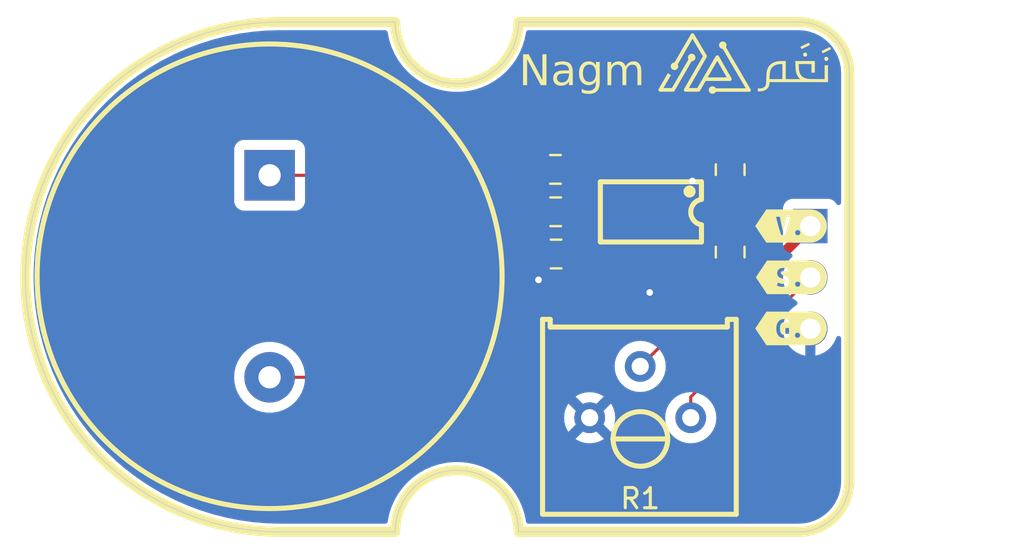
<source format=kicad_pcb>
(kicad_pcb (version 20240108) (generator "pcbnew") (generator_version "8.0")
  (layers (0 "F.Cu" signal) (31 "B.Cu" signal) (34 "B.Paste" user) (35 "F.Paste" user) (36 "B.SilkS" user "B.Silkscreen") (37 "F.SilkS" user "F.Silkscreen") (38 "B.Mask" user) (39 "F.Mask" user) (44 "Edge.Cuts" user))
  (net 0 "")
  (net 1 "+5V")
  (net 2 "Net-(SPK1-+)")
  (net 3 "SIG")
  (net 4 "GND")
  (net 5 "Base")
  (net 6 "Net-(SPK1--)")
  (net 7 "Net-(U1-+IN)")
  (net 8 "Net-(C3-Pad2)")
  (net 9 "Net-(U1--IN)")
  (footprint "easyeda2kicad:RES-ADJ-TH_3P-L9.5-W9.5-P2.50-L_3386P" (layer "F.Cu") (at 154.53 105.43 180)
    (property "Reference" "R1" (at 0 -5.27 0) (layer "F.SilkS"))
    (property "Value" "3386P-1-103_C330583" (hide yes))
    (pad "1" thru_hole circle (at -2.5 -1.27 180) (size 1.52 1.52) (drill 0.849986) (layers "*.Cu" "*.Mask" "In1.Cu" "In2.Cu" "In3.Cu" "In4.Cu" "In5.Cu" "In6.Cu" "In7.Cu" "In8.Cu" "In9.Cu" "In10.Cu" "In11.Cu" "In12.Cu" "In13.Cu" "In14.Cu" "In15.Cu" "In16.Cu" "In17.Cu" "In18.Cu" "In19.Cu" "In20.Cu" "In21.Cu" "In22.Cu" "In23.Cu" "In24.Cu" "In25.Cu" "In26.Cu" "In27.Cu" "In28.Cu" "In29.Cu" "In30.Cu") (net 3 "SIG"))
    (pad "2" thru_hole circle (at 0 1.27 180) (size 1.52 1.52) (drill 0.849986) (layers "*.Cu" "*.Mask" "In1.Cu" "In2.Cu" "In3.Cu" "In4.Cu" "In5.Cu" "In6.Cu" "In7.Cu" "In8.Cu" "In9.Cu" "In10.Cu" "In11.Cu" "In12.Cu" "In13.Cu" "In14.Cu" "In15.Cu" "In16.Cu" "In17.Cu" "In18.Cu" "In19.Cu" "In20.Cu" "In21.Cu" "In22.Cu" "In23.Cu" "In24.Cu" "In25.Cu" "In26.Cu" "In27.Cu" "In28.Cu" "In29.Cu" "In30.Cu") (net 5 "Base"))
    (pad "3" thru_hole circle (at 2.5 -1.27 180) (size 1.52 1.52) (drill 0.849986) (layers "*.Cu" "*.Mask" "In1.Cu" "In2.Cu" "In3.Cu" "In4.Cu" "In5.Cu" "In6.Cu" "In7.Cu" "In8.Cu" "In9.Cu" "In10.Cu" "In11.Cu" "In12.Cu" "In13.Cu" "In14.Cu" "In15.Cu" "In16.Cu" "In17.Cu" "In18.Cu" "In19.Cu" "In20.Cu" "In21.Cu" "In22.Cu" "In23.Cu" "In24.Cu" "In25.Cu" "In26.Cu" "In27.Cu" "In28.Cu" "In29.Cu" "In30.Cu") (net 4 "GND"))
  )
  (footprint "Remal_KiCadLib:R_0805_2012m" (layer "F.Cu") (at 158.98 94.42 90)
    (property "Reference" "R2" (hide yes))
    (property "Value" "20k" (hide yes))
    (pad "1" smd roundrect (at -1.025 0 90) (size 1.15 1.4) (layers "F.Cu" "F.Paste" "F.Mask") (roundrect_rratio 0.217391) (net 8 "Net-(C3-Pad2)"))
    (pad "2" smd roundrect (at 1.025 0 90) (size 1.15 1.4) (layers "F.Cu" "F.Paste" "F.Mask") (roundrect_rratio 0.217391) (net 9 "Net-(U1--IN)"))
  )
  (footprint "Remal_KiCadLib:C_0805_2012m" (layer "F.Cu") (at 150.37 98.595)
    (property "Reference" "C2" (hide yes))
    (property "Value" "1uF" (hide yes))
    (pad "1" smd roundrect (at -1.025 0) (size 1.15 1.4) (layers "F.Cu" "F.Paste" "F.Mask") (roundrect_rratio 0.217391) (net 4 "GND"))
    (pad "2" smd roundrect (at 1.025 0) (size 1.15 1.4) (layers "F.Cu" "F.Paste" "F.Mask") (roundrect_rratio 0.217391) (net 1 "+5V"))
  )
  (footprint "kibuzzard-67CEDAF1" (layer "F.Cu") (at 161.99 102.28)
    (property "Reference" "kibuzzard-67CEDAF1" (hide yes))
    (property "Value" "G***" (hide yes))
  )
  (footprint "easyeda2kicad:SOP-8_L4.9-W3.9-P1.27-LS6.0-BL" (layer "F.Cu") (at 155.06 96.52 180)
    (property "Reference" "U1" (hide yes))
    (property "Value" "SC8002B" (hide yes))
    (pad "1" smd oval (at -1.91 2.68 180) (size 0.63 1.86) (layers "F.Cu" "F.Paste" "F.Mask") (net 4 "GND"))
    (pad "2" smd oval (at -0.63 2.68 180) (size 0.63 1.86) (layers "F.Cu" "F.Paste" "F.Mask") (net 7 "Net-(U1-+IN)"))
    (pad "3" smd oval (at 0.63 2.68 180) (size 0.63 1.86) (layers "F.Cu" "F.Paste" "F.Mask") (net 7 "Net-(U1-+IN)"))
    (pad "4" smd oval (at 1.9 2.68 180) (size 0.63 1.86) (layers "F.Cu" "F.Paste" "F.Mask") (net 9 "Net-(U1--IN)"))
    (pad "5" smd oval (at 1.9 -2.68 180) (size 0.63 1.86) (layers "F.Cu" "F.Paste" "F.Mask") (net 2 "Net-(SPK1-+)"))
    (pad "6" smd oval (at 0.63 -2.68 180) (size 0.63 1.86) (layers "F.Cu" "F.Paste" "F.Mask") (net 1 "+5V"))
    (pad "7" smd oval (at -0.63 -2.68 180) (size 0.63 1.86) (layers "F.Cu" "F.Paste" "F.Mask") (net 4 "GND"))
    (pad "8" smd oval (at -1.91 -2.68 180) (size 0.63 1.86) (layers "F.Cu" "F.Paste" "F.Mask") (net 6 "Net-(SPK1--)"))
  )
  (footprint "Remal_KiCadLib:C_0805_2012m" (layer "F.Cu") (at 158.98 98.5 90)
    (property "Reference" "C3" (hide yes))
    (property "Value" "0.39uF" (hide yes))
    (pad "1" smd roundrect (at -1.025 0 90) (size 1.15 1.4) (layers "F.Cu" "F.Paste" "F.Mask") (roundrect_rratio 0.217391) (net 5 "Base"))
    (pad "2" smd roundrect (at 1.025 0 90) (size 1.15 1.4) (layers "F.Cu" "F.Paste" "F.Mask") (roundrect_rratio 0.217391) (net 8 "Net-(C3-Pad2)"))
  )
  (footprint "easyeda2kicad:SPK-TH_BD23.0-P10.00-D0.8-L-RD" (layer "F.Cu") (at 136.2 99.6975 -90)
    (property "Reference" "SPK1" (hide yes))
    (property "Value" "GSPK2307P-8R1W")
    (pad "1" thru_hole rect (at -5 0 270) (size 2.5 2.5) (drill 1.100023) (layers "*.Cu" "*.Mask" "In1.Cu" "In2.Cu" "In3.Cu" "In4.Cu" "In5.Cu" "In6.Cu" "In7.Cu" "In8.Cu" "In9.Cu" "In10.Cu" "In11.Cu" "In12.Cu" "In13.Cu" "In14.Cu" "In15.Cu" "In16.Cu" "In17.Cu" "In18.Cu" "In19.Cu" "In20.Cu" "In21.Cu" "In22.Cu" "In23.Cu" "In24.Cu" "In25.Cu" "In26.Cu" "In27.Cu" "In28.Cu" "In29.Cu" "In30.Cu") (net 2 "Net-(SPK1-+)"))
    (pad "2" thru_hole circle (at 5 0 270) (size 2.5 2.5) (drill 1.100023) (layers "*.Cu" "*.Mask" "In1.Cu" "In2.Cu" "In3.Cu" "In4.Cu" "In5.Cu" "In6.Cu" "In7.Cu" "In8.Cu" "In9.Cu" "In10.Cu" "In11.Cu" "In12.Cu" "In13.Cu" "In14.Cu" "In15.Cu" "In16.Cu" "In17.Cu" "In18.Cu" "In19.Cu" "In20.Cu" "In21.Cu" "In22.Cu" "In23.Cu" "In24.Cu" "In25.Cu" "In26.Cu" "In27.Cu" "In28.Cu" "In29.Cu" "In30.Cu") (net 6 "Net-(SPK1--)"))
  )
  (footprint "Remal_KiCadLib:C_0805_2012m" (layer "F.Cu") (at 150.35 96.505 180)
    (property "Reference" "C1" (hide yes))
    (property "Value" "1uF" (hide yes))
    (pad "1" smd roundrect (at -1.025 0 180) (size 1.15 1.4) (layers "F.Cu" "F.Paste" "F.Mask") (roundrect_rratio 0.217391) (net 7 "Net-(U1-+IN)"))
    (pad "2" smd roundrect (at 1.025 0 180) (size 1.15 1.4) (layers "F.Cu" "F.Paste" "F.Mask") (roundrect_rratio 0.217391) (net 4 "GND"))
  )
  (footprint "Remal_KiCadLib:PinHeader_1x03_P2.54mm_Horizontal" (layer "F.Cu") (at 162.945 97.215)
    (property "Reference" "J1" (hide yes))
    (property "Value" "ConnM_01x03_Horizontal_2.54mm" (hide yes))
    (pad "1" thru_hole rect (at 0 0) (size 1.7 1.7) (drill 1) (layers "*.Cu" "*.Mask" "In1.Cu" "In2.Cu" "In3.Cu" "In4.Cu" "In5.Cu" "In6.Cu" "In7.Cu" "In8.Cu" "In9.Cu" "In10.Cu" "In11.Cu" "In12.Cu" "In13.Cu" "In14.Cu" "In15.Cu" "In16.Cu" "In17.Cu" "In18.Cu" "In19.Cu" "In20.Cu" "In21.Cu" "In22.Cu" "In23.Cu" "In24.Cu" "In25.Cu" "In26.Cu" "In27.Cu" "In28.Cu" "In29.Cu" "In30.Cu") (net 1 "+5V"))
    (pad "2" thru_hole oval (at 0 2.54) (size 1.7 1.7) (drill 1) (layers "*.Cu" "*.Mask" "In1.Cu" "In2.Cu" "In3.Cu" "In4.Cu" "In5.Cu" "In6.Cu" "In7.Cu" "In8.Cu" "In9.Cu" "In10.Cu" "In11.Cu" "In12.Cu" "In13.Cu" "In14.Cu" "In15.Cu" "In16.Cu" "In17.Cu" "In18.Cu" "In19.Cu" "In20.Cu" "In21.Cu" "In22.Cu" "In23.Cu" "In24.Cu" "In25.Cu" "In26.Cu" "In27.Cu" "In28.Cu" "In29.Cu" "In30.Cu") (net 3 "SIG"))
    (pad "3" thru_hole oval (at 0 5.08) (size 1.7 1.7) (drill 1) (layers "*.Cu" "*.Mask" "In1.Cu" "In2.Cu" "In3.Cu" "In4.Cu" "In5.Cu" "In6.Cu" "In7.Cu" "In8.Cu" "In9.Cu" "In10.Cu" "In11.Cu" "In12.Cu" "In13.Cu" "In14.Cu" "In15.Cu" "In16.Cu" "In17.Cu" "In18.Cu" "In19.Cu" "In20.Cu" "In21.Cu" "In22.Cu" "In23.Cu" "In24.Cu" "In25.Cu" "In26.Cu" "In27.Cu" "In28.Cu" "In29.Cu" "In30.Cu") (net 4 "GND"))
  )
  (footprint "kibuzzard-67D2B7CA" (layer "F.Cu") (at 161.99 97.21)
    (property "Reference" "kibuzzard-67D2B7CA" (hide yes))
    (property "Value" "G***" (hide yes))
  )
  (footprint "Remal_KiCadLib:R_0805_2012m" (layer "F.Cu") (at 150.34 94.405 180)
    (property "Reference" "R3" (hide yes))
    (property "Value" "20k" (hide yes))
    (pad "1" smd roundrect (at -1.025 0 180) (size 1.15 1.4) (layers "F.Cu" "F.Paste" "F.Mask") (roundrect_rratio 0.217391) (net 9 "Net-(U1--IN)"))
    (pad "2" smd roundrect (at 1.025 0 180) (size 1.15 1.4) (layers "F.Cu" "F.Paste" "F.Mask") (roundrect_rratio 0.217391) (net 2 "Net-(SPK1-+)"))
  )
  (footprint "kibuzzard-67CEDACD" (layer "F.Cu") (at 162.01 99.75)
    (property "Reference" "kibuzzard-67CEDACD" (hide yes))
    (property "Value" "G***" (hide yes))
  )
  (footprint "practice_logo:nagm board" (layer "F.Cu") (at 162.13 89.3)
    (property "Reference" "G***" (hide yes))
    (property "Value" "LOGO" (hide yes))
  )
  (gr_arc (start 142.409771 112.350015) (mid 145.460786 109.299) (end 148.511801 112.350015) (stroke (width 0.5)) (layer "F.SilkS"))
  (gr_arc (start 164.869999 109.850089) (mid 164.130712 111.624889) (end 162.350079 112.350015) (stroke (width 0.5)) (layer "F.SilkS"))
  (gr_line (start 148.511801 87.109985) (end 162.36 87.11005) (stroke (width 0.5)) (layer "F.SilkS"))
  (gr_line (start 164.869997 89.640134) (end 164.869999 109.850089) (stroke (width 0.5)) (layer "F.SilkS"))
  (gr_poly (pts (xy 157.122078 87.670603) (xy 157.126573 87.67075) (xy 157.130884 87.671078) (xy 157.135017 87.671583) (xy 157.138979 87.67226) (xy 157.142778 87.673104) (xy 157.14642 87.674109) (xy 157.149912 87.67527) (xy 157.153262 87.676583) (xy 157.156476 87.678042) (xy 157.159562 87.679642) (xy 157.162526 87.681379) (xy 157.165375 87.683247) (xy 157.168118 87.685242) (xy 157.17076 87.687357) (xy 157.173308 87.689588) (xy 157.17577 87.691931) (xy 157.180465 87.696928) (xy 157.184898 87.702309) (xy 157.189127 87.708033) (xy 157.193208 87.714059) (xy 157.197198 87.720347) (xy 157.201152 87.726858) (xy 157.20918 87.740381) (xy 157.24787 87.805347) (xy 157.50191 88.233639) (xy 157.736123 88.628245) (xy 157.791657 88.722084) (xy 157.795674 88.728912) (xy 157.79944 88.735108) (xy 157.806211 88.74602) (xy 157.809212 88.750944) (xy 157.811955 88.755649) (xy 157.814436 88.760241) (xy 157.816653 88.764823) (xy 157.818606 88.769497) (xy 157.820291 88.774368) (xy 157.821706 88.779539) (xy 157.82285 88.785114) (xy 157.823721 88.791196) (xy 157.824315 88.797888) (xy 157.824632 88.805294) (xy 157.824669 88.813517) (xy 157.824473 88.817836) (xy 157.824007 88.822079) (xy 157.82329 88.826251) (xy 157.822343 88.830357) (xy 157.821185 88.834401) (xy 157.819834 88.838387) (xy 157.818312 88.84232) (xy 157.816638 88.846204) (xy 157.814832 88.850045) (xy 157.812912 88.853846) (xy 157.808813 88.861348) (xy 157.800126 88.876076) (xy 157.758307 88.948261) (xy 157.58266 89.25384) (xy 157.132737 90.035833) (xy 157.011034 90.247573) (xy 156.934399 90.37991) (xy 157.333817 90.37991) (xy 157.338455 90.379943) (xy 157.340939 90.379914) (xy 157.342195 90.379868) (xy 157.343451 90.379793) (xy 157.344699 90.379683) (xy 157.345931 90.379533) (xy 157.347139 90.379337) (xy 157.348316 90.379088) (xy 157.349455 90.378782) (xy 157.350547 90.378411) (xy 157.351585 90.377971) (xy 157.352561 90.377456) (xy 157.353073 90.377137) (xy 157.353575 90.376792) (xy 157.354067 90.376421) (xy 157.354551 90.376025) (xy 157.35549 90.375166) (xy 157.356395 90.374226) (xy 157.357266 90.373217) (xy 157.358106 90.372148) (xy 157.358917 90.371032) (xy 157.359698 90.36988) (xy 157.360453 90.368701) (xy 157.361183 90.367508) (xy 157.362573 90.365123) (xy 157.365121 90.360661) (xy 157.389134 90.319757) (xy 157.501573 90.12486) (xy 157.658742 89.852967) (xy 157.865573 89.852967) (xy 158.811184 89.852967) (xy 158.768884 89.775971) (xy 158.68811 89.634009) (xy 158.443406 89.205717) (xy 158.37601 89.087816) (xy 158.344394 89.030069) (xy 158.339581 89.030069) (xy 158.227504 89.224966) (xy 157.979022 89.655664) (xy 157.89962 89.792814) (xy 157.865573 89.852967) (xy 157.658742 89.852967) (xy 157.802003 89.605135) (xy 157.968556 89.316399) (xy 158.186599 88.938636) (xy 158.216507 88.890513) (xy 158.247138 88.837578) (xy 158.253429 88.826412) (xy 158.256932 88.820215) (xy 158.260585 88.813902) (xy 158.264323 88.807692) (xy 158.268079 88.801807) (xy 158.269944 88.799054) (xy 158.271789 88.796464) (xy 158.273605 88.794066) (xy 158.275386 88.791886) (xy 158.278533 88.788462) (xy 158.282001 88.78516) (xy 158.285758 88.781996) (xy 158.289772 88.778986) (xy 158.294014 88.776147) (xy 158.298451 88.773496) (xy 158.303054 88.77105) (xy 158.30779 88.768826) (xy 158.31263 88.76684) (xy 158.317542 88.765109) (xy 158.322496 88.76365) (xy 158.32746 88.762479) (xy 158.332403 88.761613) (xy 158.337295 88.761069) (xy 158.342104 88.760865) (xy 158.3468 88.761015) (xy 158.351987 88.761488) (xy 158.356931 88.762132) (xy 158.361641 88.762944) (xy 158.366128 88.76392) (xy 158.370401 88.765055) (xy 158.374471 88.766347) (xy 158.378347 88.767792) (xy 158.38204 88.769385) (xy 158.38556 88.771124) (xy 158.388916 88.773003) (xy 158.392118 88.77502) (xy 158.395178 88.77717) (xy 158.398103 88.77945) (xy 158.400906 88.781856) (xy 158.403595 88.784385) (xy 158.40618 88.787031) (xy 158.411081 88.792665) (xy 158.415688 88.798727) (xy 158.420082 88.805186) (xy 158.424342 88.812013) (xy 158.432783 88.826649) (xy 158.44165 88.842391) (xy 158.535152 89.006008) (xy 158.97379 89.773565) (xy 159.026003 89.864998) (xy 159.031417 89.874249) (xy 159.036347 89.882519) (xy 159.03861 89.886416) (xy 159.040725 89.890223) (xy 159.042683 89.893992) (xy 159.044476 89.897775) (xy 159.046095 89.901625) (xy 159.047531 89.905592) (xy 159.048775 89.909729) (xy 159.049817 89.914087) (xy 159.05065 89.918719) (xy 159.051263 89.923677) (xy 159.051649 89.929012) (xy 159.051797 89.934776) (xy 159.051654 89.941771) (xy 159.051155 89.948561) (xy 159.050289 89.955137) (xy 159.049048 89.961494) (xy 159.047422 89.967625) (xy 159.0454 89.973523) (xy 159.042973 89.979182) (xy 159.04013 89.984595) (xy 159.036863 89.989755) (xy 159.033161 89.994655) (xy 159.029014 89.99929) (xy 159.024413 90.003653) (xy 159.019348 90.007736) (xy 159.013809 90.011533) (xy 159.007785 90.015038) (xy 159.001268 90.018244) (xy 158.998537 90.019424) (xy 158.995844 90.020485) (xy 158.99318 90.021434) (xy 158.990539 90.022277) (xy 158.987913 90.023019) (xy 158.985296 90.023666) (xy 158.982679 90.024224) (xy 158.980055 90.024699) (xy 158.977418 90.025097) (xy 158.97476 90.025423) (xy 158.972073 90.025684) (xy 158.969351 90.025885) (xy 158.963769 90.026131) (xy 158.957958 90.026209) (xy 157.786171 90.026209) (xy 157.782027 90.026243) (xy 157.778443 90.026355) (xy 157.775348 90.026589) (xy 157.773961 90.026764) (xy 157.772669 90.026985) (xy 157.771463 90.027258) (xy 157.770334 90.027588) (xy 157.769273 90.027979) (xy 157.768271 90.028438) (xy 157.767319 90.028969) (xy 157.766408 90.029578) (xy 157.765528 90.03027) (xy 157.764672 90.031051) (xy 157.763829 90.031925) (xy 157.762991 90.032899) (xy 157.762149 90.033977) (xy 157.761293 90.035164) (xy 157.759507 90.03789) (xy 157.757559 90.041117) (xy 157.75289 90.049247) (xy 157.750025 90.054235) (xy 157.74671 90.059895) (xy 157.695219 90.148921) (xy 157.594041 90.324569) (xy 157.517357 90.456907) (xy 157.497969 90.491984) (xy 157.492911 90.500564) (xy 157.487637 90.508888) (xy 157.48208 90.516863) (xy 157.476173 90.524399) (xy 157.469852 90.531405) (xy 157.466514 90.53468) (xy 157.463048 90.537789) (xy 157.459446 90.540721) (xy 157.455697 90.543462) (xy 157.451796 90.546003) (xy 157.447732 90.548332) (xy 157.443499 90.550438) (xy 157.439087 90.552308) (xy 157.434489 90.553933) (xy 157.429695 90.5553) (xy 157.424699 90.556398) (xy 157.419491 90.557215) (xy 157.414063 90.557741) (xy 157.408407 90.557964) (xy 156.780406 90.557964) (xy 156.774507 90.557798) (xy 156.768741 90.557322) (xy 156.763116 90.556545) (xy 156.75764 90.555476) (xy 156.75232 90.554124) (xy 156.747164 90.552497) (xy 156.742178 90.550605) (xy 156.73737 90.548455) (xy 156.732748 90.546057) (xy 156.728319 90.54342) (xy 156.72409 90.540552) (xy 156.720069 90.537462) (xy 156.716263 90.534158) (xy 156.71268 90.53065) (xy 156.709327 90.526946) (xy 156.70621 90.523054) (xy 156.703339 90.518985) (xy 156.700719 90.514745) (xy 156.698359 90.510345) (xy 156.696266 90.505792) (xy 156.694447 90.501096) (xy 156.69291 90.496266) (xy 156.691662 90.491309) (xy 156.69071 90.486235) (xy 156.690062 90.481052) (xy 156.689725 90.47577) (xy 156.689707 90.470397) (xy 156.690014 90.464941) (xy 156.690655 90.459412) (xy 156.691637 90.453818) (xy 156.692967 90.448167) (xy 156.694652 90.44247) (xy 156.752928 90.3366) (xy 156.870444 90.132079) (xy 157.421112 89.174437) (xy 157.570629 88.914575) (xy 157.613603 88.839984) (xy 157.617584 88.83325) (xy 157.620124 88.828924) (xy 157.622731 88.824327) (xy 157.625179 88.819731) (xy 157.626272 88.81752) (xy 157.627242 88.815413) (xy 157.628059 88.813443) (xy 157.628696 88.811646) (xy 157.629124 88.810055) (xy 157.629251 88.809347) (xy 157.629315 88.808705) (xy 157.629326 88.808072) (xy 157.629299 88.807426) (xy 157.629236 88.806766) (xy 157.629137 88.806094) (xy 157.628842 88.804718) (xy 157.62843 88.803308) (xy 157.627914 88.801872) (xy 157.627311 88.800421) (xy 157.626634 88.798963) (xy 157.625898 88.797507) (xy 157.625118 88.796063) (xy 157.624309 88.794639) (xy 157.622662 88.791891) (xy 157.619666 88.787049) (xy 157.595412 88.746145) (xy 157.49551 88.577716) (xy 157.231316 88.132581) (xy 157.155787 88.005056) (xy 157.114859 87.937684) (xy 157.070153 88.017086) (xy 156.981126 88.171079) (xy 156.752976 88.565685) (xy 156.678314 88.695616) (xy 156.493066 89.015632) (xy 156.418091 89.145563) (xy 156.400652 89.175177) (xy 156.395586 89.184155) (xy 156.391232 89.192318) (xy 156.389476 89.195869) (xy 156.388085 89.198944) (xy 156.387119 89.201455) (xy 156.386643 89.203311) (xy 156.38657 89.20407) (xy 156.386555 89.204882) (xy 156.386683 89.206655) (xy 156.387002 89.208601) (xy 156.387489 89.210692) (xy 156.388119 89.212901) (xy 156.388869 89.2152) (xy 156.389716 89.217561) (xy 156.390634 89.219955) (xy 156.392591 89.224735) (xy 156.39455 89.229317) (xy 156.39632 89.233479) (xy 156.397711 89.236997) (xy 156.400008 89.243665) (xy 156.401991 89.250181) (xy 156.402866 89.253403) (xy 156.403664 89.256613) (xy 156.404385 89.25982) (xy 156.405028 89.263031) (xy 156.405596 89.266256) (xy 156.406087 89.269503) (xy 156.406503 89.272781) (xy 156.406843 89.276098) (xy 156.407108 89.279463) (xy 156.407298 89.282884) (xy 156.407414 89.286371) (xy 156.407456 89.289932) (xy 156.407456 89.309181) (xy 156.407185 89.318151) (xy 156.406407 89.327083) (xy 156.405137 89.335956) (xy 156.403386 89.344749) (xy 156.401169 89.353441) (xy 156.398497 89.362009) (xy 156.395385 89.370434) (xy 156.391846 89.378694) (xy 156.387892 89.386768) (xy 156.383536 89.394634) (xy 156.378792 89.402272) (xy 156.373674 89.409661) (xy 156.368193 89.416779) (xy 156.362363 89.423605) (xy 156.356197 89.430118) (xy 156.349708 89.436297) (xy 156.340504 89.444096) (xy 156.330971 89.451175) (xy 156.321142 89.457541) (xy 156.311049 89.463201) (xy 156.300725 89.46816) (xy 156.290201 89.472427) (xy 156.27951 89.476007) (xy 156.268684 89.478908) (xy 156.257756 89.481136) (xy 156.246756 89.482698) (xy 156.235719 89.4836) (xy 156.224676 89.48385) (xy 156.213659 89.483453) (xy 156.2027 89.482418) (xy 156.191832 89.480749) (xy 156.181086 89.478455) (xy 156.170496 89.475542) (xy 156.160093 89.472016) (xy 156.14991 89.467885) (xy 156.139979 89.463154) (xy 156.130331 89.457832) (xy 156.121 89.451924) (xy 156.112017 89.445437) (xy 156.103414 89.438378) (xy 156.095225 89.430753) (xy 156.08748 89.42257) (xy 156.080213 89.413835) (xy 156.073456 89.404555) (xy 156.06724 89.394736) (xy 156.061598 89.384385) (xy 156.056563 89.37351) (xy 156.052166 89.362116) (xy 156.050109 89.355809) (xy 156.048189 89.349066) (xy 156.046445 89.342019) (xy 156.044914 89.334797) (xy 156.043638 89.327531) (xy 156.042654 89.320351) (xy 156.042285 89.316835) (xy 156.042003 89.313389) (xy 156.041814 89.31003) (xy 156.041723 89.306774) (xy 156.042021 89.292323) (xy 156.043244 89.278187) (xy 156.045382 89.2644) (xy 156.048427 89.250996) (xy 156.052369 89.238006) (xy 156.057199 89.225463) (xy 156.062909 89.213399) (xy 156.06949 89.201849) (xy 156.076932 89.190844) (xy 156.085228 89.180417) (xy 156.094367 89.1706) (xy 156.104341 89.161427) (xy 156.11514 89.152931) (xy 156.126757 89.145143) (xy 156.139182 89.138096) (xy 156.152405 89.131824) (xy 156.157738 89.129613) (xy 156.163037 89.127597) (xy 156.16833 89.125773) (xy 156.173646 89.124137) (xy 156.179013 89.122686) (xy 156.184462 89.121416) (xy 156.19002 89.120325) (xy 156.195716 89.119409) (xy 156.211675 89.117454) (xy 156.216308 89.116765) (xy 156.220491 89.115998) (xy 156.222302 89.115586) (xy 156.223867 89.115155) (xy 156.225141 89.114705) (xy 156.226081 89.114236) (xy 156.226632 89.113863) (xy 156.227188 89.113433) (xy 156.228313 89.112412) (xy 156.229449 89.111202) (xy 156.23059 89.109827) (xy 156.23173 89.108315) (xy 156.232863 89.106693) (xy 156.233983 89.104986) (xy 156.235083 89.103222) (xy 156.2372 89.099626) (xy 156.239166 89.09612) (xy 156.242443 89.090222) (xy 156.27199 89.039694) (xy 156.367947 88.87367) (xy 156.555625 88.548842) (xy 156.743304 88.224014) (xy 156.861253 88.019493) (xy 157.008628 87.764442) (xy 157.023602 87.737141) (xy 157.027506 87.730236) (xy 157.031552 87.723419) (xy 157.03578 87.716748) (xy 157.040227 87.710283) (xy 157.044933 87.704084) (xy 157.049937 87.698209) (xy 157.055277 87.692718) (xy 157.060993 87.687671) (xy 157.064004 87.685333) (xy 157.067124 87.683127) (xy 157.070357 87.681062) (xy 157.073708 87.679145) (xy 157.077182 87.677383) (xy 157.080784 87.675785) (xy 157.084519 87.674356) (xy 157.088392 87.673106) (xy 157.090446 87.672549) (xy 157.092513 87.672074) (xy 157.09459 87.671676) (xy 157.096677 87.671348) (xy 157.098772 87.671083) (xy 157.100875 87.670876) (xy 157.102985 87.67072) (xy 157.105099 87.670609) (xy 157.10934 87.670498) (xy 157.11359 87.670493)) (stroke (width 0.002406) (color 253 179 2 1)) (fill solid) (layer "F.SilkS"))
  (gr_line (start 136.740015 112.350015) (end 142.409771 112.350015) (stroke (width 0.5)) (layer "F.SilkS"))
  (gr_arc (start 162.36 87.11005) (mid 164.141955 87.852318) (end 164.869997 89.640134) (stroke (width 0.5)) (layer "F.SilkS"))
  (gr_line (start 148.511801 112.350015) (end 162.36 112.34995) (stroke (width 0.5)) (layer "F.SilkS"))
  (gr_line (start 136.740015 87.109985) (end 142.409771 87.109985) (stroke (width 0.5)) (layer "F.SilkS"))
  (gr_poly (pts (xy 158.62098 88.075072) (xy 158.634912 88.076123) (xy 158.648443 88.077991) (xy 158.661557 88.08068) (xy 158.674238 88.084193) (xy 158.686468 88.088533) (xy 158.698233 88.093705) (xy 158.709516 88.099713) (xy 158.7203 88.10656) (xy 158.73057 88.11425) (xy 158.740309 88.122786) (xy 158.749502 88.132173) (xy 158.758132 88.142413) (xy 158.766182 88.153512) (xy 158.773638 88.165472) (xy 158.780481 88.178297) (xy 158.782475 88.182549) (xy 158.784406 88.187087) (xy 158.786264 88.191873) (xy 158.78804 88.196873) (xy 158.789721 88.202048) (xy 158.791299 88.207363) (xy 158.792762 88.21278) (xy 158.7941 88.218263) (xy 158.795303 88.223776) (xy 158.79636 88.229281) (xy 158.797261 88.234742) (xy 158.797995 88.240123) (xy 158.798552 88.245386) (xy 158.798922 88.250496) (xy 158.799093 88.255415) (xy 158.799057 88.260106) (xy 158.798898 88.263526) (xy 158.798632 88.267168) (xy 158.797805 88.274983) (xy 158.796622 88.283284) (xy 158.795129 88.291801) (xy 158.793371 88.300266) (xy 158.791396 88.308411) (xy 158.789249 88.315967) (xy 158.788126 88.31944) (xy 158.786978 88.322666) (xy 158.785348 88.326596) (xy 158.783222 88.331327) (xy 158.780846 88.336585) (xy 158.778463 88.342095) (xy 158.777347 88.344859) (xy 158.776321 88.347583) (xy 158.775417 88.350232) (xy 158.774665 88.352773) (xy 158.774096 88.355171) (xy 158.77374 88.357392) (xy 158.773652 88.358425) (xy 158.773629 88.359401) (xy 158.773674 88.360315) (xy 158.773792 88.361164) (xy 158.803484 88.414099) (xy 158.865129 88.519969) (xy 159.346741 89.342866) (xy 159.570511 89.725442) (xy 159.665842 89.889059) (xy 159.844426 90.194638) (xy 159.963048 90.396753) (xy 159.97161 90.411292) (xy 159.976404 90.419415) (xy 159.981209 90.427798) (xy 159.985777 90.436211) (xy 159.987895 90.440356) (xy 159.98986 90.444422) (xy 159.991642 90.448379) (xy 159.99321 90.4522) (xy 159.994533 90.455854) (xy 159.995579 90.459313) (xy 159.99715 90.466354) (xy 159.998175 90.473697) (xy 159.998649 90.481259) (xy 159.998565 90.488955) (xy 159.997916 90.496702) (xy 159.996697 90.504414) (xy 159.994901 90.51201) (xy 159.99252 90.519403) (xy 159.98955 90.526511) (xy 159.987842 90.529931) (xy 159.985983 90.533249) (xy 159.983974 90.536453) (xy 159.981813 90.539534) (xy 159.9795 90.54248) (xy 159.977034 90.545281) (xy 159.974413 90.547926) (xy 159.971638 90.550406) (xy 159.968707 90.552709) (xy 159.96562 90.554826) (xy 159.962376 90.556745) (xy 159.958973 90.558456) (xy 159.955412 90.559949) (xy 159.951691 90.561213) (xy 159.950553 90.561531) (xy 159.949394 90.561805) (xy 159.948217 90.562036) (xy 159.947026 90.562228) (xy 159.945821 90.562386) (xy 159.944607 90.562511) (xy 159.942157 90.56268) (xy 159.939696 90.562764) (xy 159.937243 90.562789) (xy 159.932442 90.562777) (xy 158.289053 90.562777) (xy 158.284429 90.562741) (xy 158.281987 90.562767) (xy 158.280756 90.562811) (xy 158.279527 90.562885) (xy 158.278307 90.562994) (xy 158.2771 90.563143) (xy 158.275915 90.56334) (xy 158.274757 90.563589) (xy 158.273633 90.563897) (xy 158.272548 90.564269) (xy 158.27151 90.564712) (xy 158.270526 90.565231) (xy 158.269991 90.565565) (xy 158.269441 90.565951) (xy 158.268296 90.566869) (xy 158.267101 90.56796) (xy 158.265869 90.569199) (xy 158.264609 90.570563) (xy 158.263333 90.572027) (xy 158.262051 90.573568) (xy 158.260774 90.575159) (xy 158.258282 90.578401) (xy 158.255942 90.581557) (xy 158.25207 90.586838) (xy 158.248759 90.591163) (xy 158.245515 90.595253) (xy 158.242279 90.599154) (xy 158.23899 90.602911) (xy 158.235587 90.606568) (xy 158.233823 90.608374) (xy 158.232009 90.610171) (xy 158.230135 90.611967) (xy 158.228196 90.613766) (xy 158.226182 90.615573) (xy 158.224087 90.617396) (xy 158.217684 90.62261) (xy 158.211021 90.627521) (xy 158.204117 90.632124) (xy 158.196992 90.636413) (xy 158.189666 90.640382) (xy 158.182157 90.644027) (xy 158.174487 90.647342) (xy 158.166674 90.650321) (xy 158.158737 90.652959) (xy 158.150697 90.655251) (xy 158.142572 90.657191) (xy 158.134384 90.658774) (xy 158.12615 90.659995) (xy 158.117891 90.660848) (xy 158.109625 90.661327) (xy 158.101374 90.661428) (xy 158.087004 90.660688) (xy 158.072845 90.658825) (xy 158.058954 90.655879) (xy 158.045393 90.651887) (xy 158.03222 90.646888) (xy 158.019495 90.640919) (xy 158.007276 90.634019) (xy 157.995624 90.626226) (xy 157.984599 90.617579) (xy 157.974258 90.608114) (xy 157.964663 90.597871) (xy 157.955871 90.586887) (xy 157.947944 90.575201) (xy 157.940939 90.56285) (xy 157.934917 90.549874) (xy 157.932293 90.543163) (xy 157.929937 90.536309) (xy 157.928548 90.531825) (xy 157.927299 90.52747) (xy 157.926185 90.523226) (xy 157.925198 90.519073) (xy 157.924332 90.514989) (xy 157.92358 90.510955) (xy 157.922936 90.506951) (xy 157.922394 90.502957) (xy 157.921946 90.498952) (xy 157.921586 90.494917) (xy 157.921106 90.486675) (xy 157.920899 90.478068) (xy 157.920914 90.468937) (xy 157.921138 90.462181) (xy 157.921645 90.455468) (xy 157.923483 90.442201) (xy 157.92638 90.429185) (xy 157.930288 90.416471) (xy 157.93516 90.40411) (xy 157.940949 90.392152) (xy 157.947607 90.380648) (xy 157.955087 90.369648) (xy 157.963341 90.359203) (xy 157.972322 90.349364) (xy 157.981982 90.340181) (xy 157.992275 90.331704) (xy 158.003151 90.323985) (xy 158.014565 90.317072) (xy 158.026469 90.311019) (xy 158.038815 90.305873) (xy 158.042097 90.304689) (xy 158.045311 90.303602) (xy 158.048468 90.302607) (xy 158.051579 90.301699) (xy 158.054654 90.30087) (xy 158.057706 90.300115) (xy 158.063781 90.298803) (xy 158.069894 90.297712) (xy 158.076133 90.296795) (xy 158.082586 90.296003) (xy 158.089343 90.295287) (xy 158.10378 90.293723) (xy 158.142278 90.298583) (xy 158.149694 90.300215) (xy 158.157005 90.30214) (xy 158.164202 90.304355) (xy 158.171277 90.306858) (xy 158.178224 90.309645) (xy 158.185035 90.312714) (xy 158.191701 90.316061) (xy 158.198215 90.319685) (xy 158.204569 90.323581) (xy 158.210757 90.327748) (xy 158.216769 90.332181) (xy 158.222599 90.336879) (xy 158.228238 90.341838) (xy 158.23368 90.347056) (xy 158.238915 90.352529) (xy 158.243938 90.358255) (xy 158.250766 90.366195) (xy 158.25237 90.368087) (xy 158.253919 90.369973) (xy 158.255407 90.371869) (xy 158.256828 90.37379) (xy 158.258175 90.375752) (xy 158.259442 90.37777) (xy 158.260622 90.379861) (xy 158.261708 90.382039) (xy 158.262695 90.38432) (xy 158.263575 90.386721) (xy 158.263974 90.387971) (xy 158.264343 90.389256) (xy 158.264682 90.390579) (xy 158.264991 90.391941) (xy 159.751982 90.391941) (xy 159.535406 90.021396) (xy 159.353959 89.711005) (xy 159.231583 89.501671) (xy 159.137022 89.34046) (xy 158.879229 88.897732) (xy 158.709765 88.604183) (xy 158.648577 88.498313) (xy 158.618934 88.448458) (xy 158.618211 88.44767) (xy 158.617469 88.446937) (xy 158.616709 88.446256) (xy 158.615931 88.445625) (xy 158.615136 88.445043) (xy 158.614324 88.444507) (xy 158.613497 88.444014) (xy 158.612655 88.443562) (xy 158.611799 88.443149) (xy 158.61093 88.442773) (xy 158.609153 88.442122) (xy 158.60733 88.44159) (xy 158.605468 88.441159) (xy 158.603572 88.44081) (xy 158.601647 88.440526) (xy 158.597735 88.440077) (xy 158.593777 88.439666) (xy 158.591795 88.439429) (xy 158.589819 88.439147) (xy 158.582698 88.437948) (xy 158.575881 88.436634) (xy 158.569287 88.435164) (xy 158.562838 88.433498) (xy 158.556452 88.431595) (xy 158.550052 88.429415) (xy 158.543556 88.426917) (xy 158.536884 88.42406) (xy 158.530807 88.421174) (xy 158.524873 88.418058) (xy 158.519084 88.414718) (xy 158.513445 88.411162) (xy 158.507959 88.407396) (xy 158.502631 88.403428) (xy 158.497462 88.399266) (xy 158.492458 88.394915) (xy 158.487622 88.390385) (xy 158.482957 88.385681) (xy 158.478467 88.38081) (xy 158.474155 88.375781) (xy 158.470026 88.3706) (xy 158.466083 88.365275) (xy 158.46233 88.359812) (xy 158.458769 88.354219) (xy 158.455406 88.348503) (xy 158.452242 88.342671) (xy 158.449283 88.336731) (xy 158.446532 88.330689) (xy 158.443992 88.324552) (xy 158.441667 88.318329) (xy 158.439561 88.312026) (xy 158.437676 88.30565) (xy 158.436018 88.299209) (xy 158.434589 88.292709) (xy 158.433393 88.286158) (xy 158.432434 88.279563) (xy 158.431716 88.272931) (xy 158.431241 88.26627) (xy 158.431014 88.259587) (xy 158.431039 88.252888) (xy 158.431459 88.244079) (xy 158.432313 88.235353) (xy 158.433588 88.226721) (xy 158.435276 88.218196) (xy 158.437364 88.209791) (xy 158.439843 88.201519) (xy 158.442702 88.193393) (xy 158.44593 88.185424) (xy 158.449517 88.177627) (xy 158.453451 88.170013) (xy 158.457724 88.162596) (xy 158.462323 88.155388) (xy 158.467239 88.148403) (xy 158.47246 88.141652) (xy 158.477977 88.135149) (xy 158.483778 88.128906) (xy 158.489853 88.122936) (xy 158.496192 88.117252) (xy 158.502783 88.111866) (xy 158.509617 88.106792) (xy 158.516682 88.102042) (xy 158.523969 88.097629) (xy 158.531466 88.093566) (xy 158.539162 88.089865) (xy 158.547048 88.086539) (xy 158.555113 88.083601) (xy 158.563346 88.081063) (xy 158.571737 88.07894) (xy 158.580274 88.077242) (xy 158.588948 88.075983) (xy 158.597748 88.075176) (xy 158.606662 88.074834)) (stroke (width 0.002406) (color 253 179 2 1)) (fill solid) (layer "F.SilkS"))
  (gr_poly (pts (xy 157.090798 88.683586) (xy 157.096679 88.683789) (xy 157.102558 88.684254) (xy 157.114278 88.685943) (xy 157.125902 88.6886) (xy 157.137374 88.692173) (xy 157.148636 88.696606) (xy 157.159633 88.701849) (xy 157.170309 88.707847) (xy 157.180607 88.714547) (xy 157.19047 88.721896) (xy 157.199843 88.729841) (xy 157.208669 88.738329) (xy 157.216892 88.747306) (xy 157.224455 88.75672) (xy 157.231303 88.766517) (xy 157.237378 88.776645) (xy 157.242625 88.787049) (xy 157.245163 88.792812) (xy 157.247444 88.798438) (xy 157.249479 88.803953) (xy 157.251282 88.809378) (xy 157.252865 88.814739) (xy 157.254239 88.820057) (xy 157.255417 88.825356) (xy 157.256412 88.830661) (xy 157.257235 88.835993) (xy 157.257899 88.841377) (xy 157.258416 88.846837) (xy 157.258799 88.852394) (xy 157.259059 88.858073) (xy 157.259209 88.863898) (xy 157.259227 88.876076) (xy 157.258547 88.888507) (xy 157.256836 88.900864) (xy 157.25414 88.913091) (xy 157.250508 88.92513) (xy 157.245985 88.936921) (xy 157.240619 88.948409) (xy 157.234458 88.959533) (xy 157.227547 88.970238) (xy 157.219935 88.980463) (xy 157.211668 88.990152) (xy 157.202793 88.999247) (xy 157.193358 89.007689) (xy 157.183409 89.015421) (xy 157.172994 89.022385) (xy 157.162159 89.028522) (xy 157.150951 89.033774) (xy 157.145694 89.035877) (xy 157.14014 89.03789) (xy 157.134371 89.039786) (xy 157.128472 89.04154) (xy 157.122525 89.043125) (xy 157.116614 89.044514) (xy 157.110823 89.045681) (xy 157.105235 89.046599) (xy 157.097922 89.047483) (xy 157.093586 89.048014) (xy 157.089107 89.048656) (xy 157.086888 89.049033) (xy 157.084722 89.049453) (xy 157.082637 89.049921) (xy 157.080663 89.050443) (xy 157.078829 89.051024) (xy 157.077164 89.051668) (xy 157.075698 89.052381) (xy 157.07446 89.053168) (xy 157.073179 89.054262) (xy 157.071793 89.055711) (xy 157.070321 89.057468) (xy 157.068781 89.059488) (xy 157.067191 89.061727) (xy 157.065569 89.064139) (xy 157.062303 89.069301) (xy 157.05913 89.074612) (xy 157.056195 89.079709) (xy 157.051626 89.087816) (xy 157.01 89.16) (xy 156.412629 90.194638) (xy 156.295763 90.396753) (xy 156.256591 90.464125) (xy 156.246848 90.482073) (xy 156.237222 90.499228) (xy 156.232262 90.507354) (xy 156.227101 90.515097) (xy 156.221662 90.522396) (xy 156.21587 90.52919) (xy 156.212817 90.532378) (xy 156.209647 90.535416) (xy 156.206351 90.538298) (xy 156.202917 90.541014) (xy 156.199338 90.543559) (xy 156.195604 90.545923) (xy 156.191704 90.548099) (xy 156.187629 90.550079) (xy 156.18337 90.551857) (xy 156.178918 90.553423) (xy 156.174262 90.554771) (xy 156.169392 90.555893) (xy 156.1643 90.556781) (xy 156.158976 90.557427) (xy 156.15341 90.557824) (xy 156.147593 90.557964) (xy 155.519592 90.557964) (xy 155.512592 90.557689) (xy 155.50573 90.556933) (xy 155.499028 90.555703) (xy 155.492511 90.554007) (xy 155.486201 90.551853) (xy 155.480122 90.549249) (xy 155.474297 90.546204) (xy 155.46875 90.542725) (xy 155.463505 90.538819) (xy 155.458583 90.534495) (xy 155.45401 90.529762) (xy 155.449808 90.524626) (xy 155.446001 90.519095) (xy 155.442612 90.513178) (xy 155.441082 90.510078) (xy 155.439664 90.506883) (xy 155.438364 90.503596) (xy 155.437182 90.500217) (xy 155.436513 90.49811) (xy 155.435914 90.496075) (xy 155.435379 90.494102) (xy 155.434907 90.49218) (xy 155.434494 90.490296) (xy 155.434138 90.48844) (xy 155.433835 90.486601) (xy 155.433582 90.484767) (xy 155.433376 90.482927) (xy 155.433214 90.48107) (xy 155.433093 90.479184) (xy 155.43301 90.477259) (xy 155.432945 90.473245) (xy 155.432995 90.468937) (xy 155.433385 90.462937) (xy 155.434248 90.456935) (xy 155.435541 90.450938) (xy 155.437222 90.444957) (xy 155.43925 90.438999) (xy 155.441582 90.433073) (xy 155.444177 90.427188) (xy 155.446993 90.421353) (xy 155.449988 90.415576) (xy 155.453119 90.409867) (xy 155.459624 90.398683) (xy 155.472432 90.377504) (xy 155.558451 90.228324) (xy 155.798343 89.812063) (xy 155.892543 89.648446) (xy 155.895949 89.649211) (xy 155.899419 89.650225) (xy 155.902941 89.651464) (xy 155.906502 89.652901) (xy 155.910091 89.654511) (xy 155.913695 89.656268) (xy 155.917302 89.658147) (xy 155.920899 89.660121) (xy 155.928018 89.664257) (xy 155.934953 89.66847) (xy 155.941608 89.672555) (xy 155.947884 89.676309) (xy 156.048942 89.735066) (xy 156.008711 89.80725) (xy 155.922427 89.956431) (xy 155.678397 90.37991) (xy 156.077815 90.37991) (xy 156.082394 90.379946) (xy 156.084845 90.37992) (xy 156.086084 90.379876) (xy 156.087322 90.379802) (xy 156.088552 90.379693) (xy 156.089765 90.379544) (xy 156.090954 90.379347) (xy 156.092111 90.379098) (xy 156.093229 90.37879) (xy 156.0943 90.378418) (xy 156.095316 90.377975) (xy 156.09627 90.377456) (xy 156.096811 90.377109) (xy 156.097344 90.376726) (xy 156.097871 90.37631) (xy 156.09839 90.375863) (xy 156.09941 90.374883) (xy 156.100401 90.373799) (xy 156.101365 90.372629) (xy 156.102302 90.371385) (xy 156.10321 90.370084) (xy 156.10409 90.36874) (xy 156.104942 90.367368) (xy 156.105766 90.365984) (xy 156.107328 90.363238) (xy 156.110106 90.358255) (xy 156.134119 90.317351) (xy 156.252068 90.112829) (xy 156.593739 89.52092) (xy 156.707861 89.323617) (xy 156.748405 89.25384) (xy 156.864982 89.051724) (xy 156.896912 88.996383) (xy 156.906338 88.980545) (xy 156.908968 88.975927) (xy 156.911285 88.971622) (xy 156.912261 88.969677) (xy 156.913079 88.967918) (xy 156.913714 88.966381) (xy 156.914139 88.965103) (xy 156.914358 88.964182) (xy 156.914517 88.963233) (xy 156.914617 88.962259) (xy 156.914662 88.961261) (xy 156.914654 88.960241) (xy 156.914597 88.959201) (xy 156.914346 88.957069) (xy 156.913931 88.95488) (xy 156.913376 88.95265) (xy 156.912701 88.950393) (xy 156.911932 88.948125) (xy 156.911089 88.945862) (xy 156.910197 88.943618) (xy 156.908353 88.939249) (xy 156.906583 88.935142) (xy 156.905068 88.931418) (xy 156.902874 88.92521) (xy 156.900783 88.918494) (xy 156.898852 88.91142) (xy 156.897134 88.904144) (xy 156.895685 88.896818) (xy 156.895078 88.893184) (xy 156.894559 88.889596) (xy 156.894134 88.886072) (xy 156.89381 88.882631) (xy 156.893595 88.879293) (xy 156.893495 88.876076) (xy 156.893495 88.859233) (xy 156.893665 88.851868) (xy 156.894149 88.844569) (xy 156.89494 88.837343) (xy 156.896032 88.830197) (xy 156.897419 88.823138) (xy 156.899095 88.816171) (xy 156.903287 88.802544) (xy 156.908558 88.789369) (xy 156.914858 88.776699) (xy 156.922137 88.764587) (xy 156.930345 88.753087) (xy 156.939431 88.742251) (xy 156.949346 88.732132) (xy 156.960039 88.722783) (xy 156.97146 88.714259) (xy 156.98356 88.706611) (xy 156.996287 88.699892) (xy 157.009593 88.694156) (xy 157.023426 88.689457) (xy 157.02794 88.688194) (xy 157.03232 88.687113) (xy 157.036586 88.686201) (xy 157.040757 88.685443) (xy 157.044855 88.684828) (xy 157.048898 88.68434) (xy 157.052908 88.683968) (xy 157.056904 88.683697) (xy 157.064936 88.683407) (xy 157.073155 88.683363)) (stroke (width 0.002406) (color 253 179 2 1)) (fill solid) (layer "F.SilkS"))
  (gr_arc (start 136.740015 112.350015) (mid 124.12 99.73) (end 136.740015 87.109985) (stroke (width 0.5)) (layer "F.SilkS"))
  (gr_arc (start 148.511801 87.109985) (mid 145.460786 90.161) (end 142.409771 87.109985) (stroke (width 0.5)) (layer "F.SilkS"))
  (gr_line (start 136.740015 87.109985) (end 142.409771 87.109985) (stroke (width 0.05)) (layer "Edge.Cuts"))
  (gr_line (start 136.740015 112.350015) (end 142.409771 112.350015) (stroke (width 0.05)) (layer "Edge.Cuts"))
  (gr_line (start 148.511801 87.109985) (end 162.36 87.11005) (stroke (width 0.05)) (layer "Edge.Cuts"))
  (gr_arc (start 136.740015 112.350015) (mid 124.12 99.73) (end 136.740015 87.109985) (stroke (width 0.05)) (layer "Edge.Cuts"))
  (gr_line (start 164.869997 89.640134) (end 164.869999 109.850089) (stroke (width 0.05)) (layer "Edge.Cuts"))
  (gr_arc (start 142.409771 112.350015) (mid 145.460786 109.299) (end 148.511801 112.350015) (stroke (width 0.05)) (layer "Edge.Cuts"))
  (gr_arc (start 148.511801 87.109985) (mid 145.460786 90.161) (end 142.409771 87.109985) (stroke (width 0.05)) (layer "Edge.Cuts"))
  (gr_line (start 148.511801 112.350015) (end 162.350079 112.350015) (stroke (width 0.05)) (layer "Edge.Cuts"))
  (gr_arc (start 164.869999 109.850089) (mid 164.130714 111.624891) (end 162.350079 112.350015) (stroke (width 0.05)) (layer "Edge.Cuts"))
  (gr_arc (start 162.36 87.11005) (mid 164.14195 87.852324) (end 164.869997 89.640134) (stroke (width 0.05)) (layer "Edge.Cuts"))
  (gr_text "Nagm" (at 148.53 90.49 0) (layer "F.SilkS") (effects (font (size 1.5 1.5)) (justify left bottom)))
  (segment (start 162.945 97.215) (end 161.6164 98.5436) (width 0.508) (layer "F.Cu") (net 1))
  (segment (start 161.6164 98.5436) (end 158.2264 98.5436) (width 0.508) (layer "F.Cu") (net 1))
  (segment (start 157.5464 97.8636) (end 155.391186 97.8636) (width 0.508) (layer "F.Cu") (net 1))
  (segment (start 154.43 99.565214) (end 153.458814 100.5364) (width 0.508) (layer "F.Cu") (net 1))
  (segment (start 152.8114 100.5364) (end 151.395 99.12) (width 0.508) (layer "F.Cu") (net 1))
  (segment (start 154.43 99.2) (end 154.43 99.565214) (width 0.508) (layer "F.Cu") (net 1))
  (segment (start 154.43 98.824786) (end 154.43 99.2) (width 0.508) (layer "F.Cu") (net 1))
  (segment (start 153.458814 100.5364) (end 152.8114 100.5364) (width 0.508) (layer "F.Cu") (net 1))
  (segment (start 151.395 99.12) (end 151.395 98.595) (width 0.508) (layer "F.Cu") (net 1))
  (segment (start 155.391186 97.8636) (end 154.43 98.824786) (width 0.508) (layer "F.Cu") (net 1))
  (segment (start 158.2264 98.5436) (end 157.5464 97.8636) (width 0.508) (layer "F.Cu") (net 1))
  (segment (start 149.3025 94.3925) (end 149.315 94.405) (width 0.1524) (layer "F.Cu") (net 2))
  (segment (start 136.2 94.6975) (end 149.0225 94.6975) (width 0.1524) (layer "F.Cu") (net 2))
  (segment (start 150.1286 96.71737) (end 150.1286 95.2186) (width 0.1524) (layer "F.Cu") (net 2))
  (segment (start 153.16 98.7476) (end 151.9074 97.495) (width 0.1524) (layer "F.Cu") (net 2))
  (segment (start 153.16 99.2) (end 153.16 98.7476) (width 0.1524) (layer "F.Cu") (net 2))
  (segment (start 150.90623 97.495) (end 150.1286 96.71737) (width 0.1524) (layer "F.Cu") (net 2))
  (segment (start 151.9074 97.495) (end 150.90623 97.495) (width 0.1524) (layer "F.Cu") (net 2))
  (segment (start 149.0225 94.6975) (end 149.315 94.405) (width 0.1524) (layer "F.Cu") (net 2))
  (segment (start 150.1286 95.2186) (end 149.315 94.405) (width 0.1524) (layer "F.Cu") (net 2))
  (segment (start 157.03 106.7) (end 157.03 105.67) (width 0.1524) (layer "F.Cu") (net 3))
  (segment (start 157.03 105.67) (end 162.945 99.755) (width 0.1524) (layer "F.Cu") (net 3))
  (segment (start 156.97 94.84) (end 157.11 94.98) (width 0.508) (layer "F.Cu") (net 4))
  (segment (start 149.325 98.575) (end 149.345 98.595) (width 0.508) (layer "F.Cu") (net 4))
  (segment (start 149.345 98.595) (end 149.345 99.72) (width 0.508) (layer "F.Cu") (net 4))
  (segment (start 149.325 96.505) (end 149.325 98.575) (width 0.508) (layer "F.Cu") (net 4))
  (segment (start 155 100.5) (end 155.69 99.81) (width 0.508) (layer "F.Cu") (net 4))
  (segment (start 155.69 99.81) (end 155.69 99.2) (width 0.508) (layer "F.Cu") (net 4))
  (segment (start 156.97 93.84) (end 156.97 94.84) (width 0.508) (layer "F.Cu") (net 4))
  (segment (start 149.345 99.72) (end 149.5 99.875) (width 0.508) (layer "F.Cu") (net 4))
  (via (at 149.5 99.875) (size 0.635) (drill 0.3302) (layers "F.Cu" "B.Cu") (net 4))
  (via (at 157.11 94.98) (size 0.635) (drill 0.3302) (layers "F.Cu" "B.Cu") (net 4))
  (via (at 155 100.5) (size 0.635) (drill 0.3302) (layers "F.Cu" "B.Cu") (net 4))
  (segment (start 158.81 99.525) (end 158.98 99.525) (width 0.1524) (layer "F.Cu") (net 5))
  (segment (start 154.53 104.16) (end 158.98 99.71) (width 0.1524) (layer "F.Cu") (net 5))
  (segment (start 158.98 99.71) (end 158.98 99.525) (width 0.1524) (layer "F.Cu") (net 5))
  (segment (start 156.97 99.77) (end 156.97 99.2) (width 0.1524) (layer "F.Cu") (net 6))
  (segment (start 136.2 104.6975) (end 152.0425 104.6975) (width 0.1524) (layer "F.Cu") (net 6))
  (segment (start 152.0425 104.6975) (end 156.97 99.77) (width 0.1524) (layer "F.Cu") (net 6))
  (segment (start 151.375 96.505) (end 151.95 96.505) (width 0.1524) (layer "F.Cu") (net 7))
  (segment (start 154.43 94.025) (end 154.43 93.84) (width 0.1524) (layer "F.Cu") (net 7))
  (segment (start 151.95 96.505) (end 154.43 94.025) (width 0.1524) (layer "F.Cu") (net 7))
  (segment (start 154.43 93.84) (end 155.69 93.84) (width 0.1524) (layer "F.Cu") (net 7))
  (segment (start 158.98 97.475) (end 158.98 95.445) (width 0.1524) (layer "F.Cu") (net 8))
  (segment (start 153.16 93.3876) (end 153.8662 92.6814) (width 0.1524) (layer "F.Cu") (net 9))
  (segment (start 152.595 94.405) (end 153.16 93.84) (width 0.1524) (layer "F.Cu") (net 9))
  (segment (start 151.365 94.405) (end 152.595 94.405) (width 0.1524) (layer "F.Cu") (net 9))
  (segment (start 153.16 93.84) (end 153.16 93.3876) (width 0.1524) (layer "F.Cu") (net 9))
  (segment (start 153.8662 92.6814) (end 158.2664 92.6814) (width 0.1524) (layer "F.Cu") (net 9))
  (segment (start 158.2664 92.6814) (end 158.98 93.395) (width 0.1524) (layer "F.Cu") (net 9))
  (zone (net 4) (net_name "GND") (layer "B.Cu") (connect_pads (clearance 0.5)) (min_thickness 0.25) (fill yes (thermal_gap 0.5) (thermal_bridge_width 0.5))
    (polygon (pts (xy 122.865 113.21) (xy 165.150777 113.259013) (xy 165.035777 86.069013) (xy 122.87 86.02)))
  )
)
</source>
